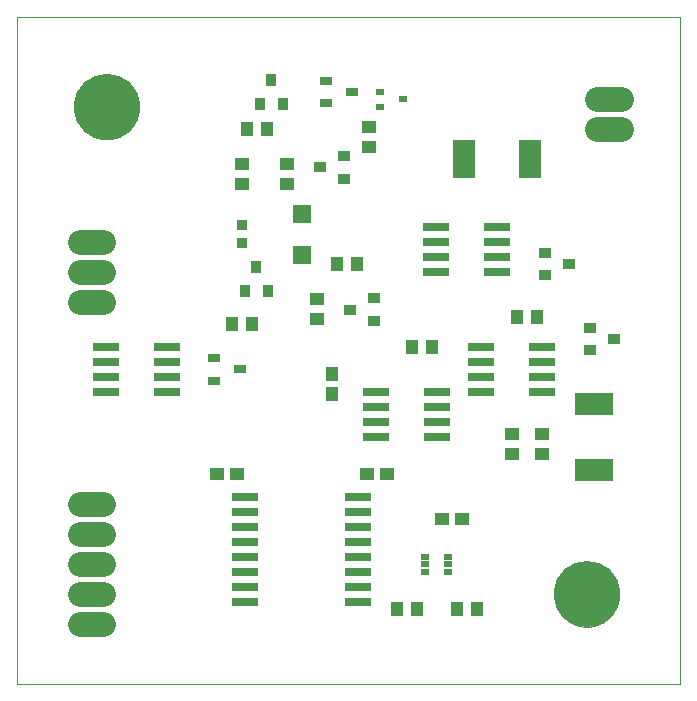
<source format=gts>
G75*
%MOIN*%
%OFA0B0*%
%FSLAX25Y25*%
%IPPOS*%
%LPD*%
%AMOC8*
5,1,8,0,0,1.08239X$1,22.5*
%
%ADD10C,0.00000*%
%ADD11R,0.04337X0.04731*%
%ADD12R,0.04731X0.04337*%
%ADD13R,0.09061X0.02762*%
%ADD14R,0.04337X0.03156*%
%ADD15R,0.03550X0.03550*%
%ADD16R,0.06306X0.06306*%
%ADD17R,0.12998X0.07487*%
%ADD18R,0.07487X0.12998*%
%ADD19R,0.03500X0.03900*%
%ADD20R,0.03900X0.03500*%
%ADD21C,0.08200*%
%ADD22R,0.02762X0.01975*%
%ADD23C,0.22054*%
D10*
X0001000Y0001000D02*
X0001000Y0223461D01*
X0222201Y0223461D01*
X0222201Y0001000D01*
X0001000Y0001000D01*
X0180173Y0031000D02*
X0180176Y0031266D01*
X0180186Y0031531D01*
X0180202Y0031796D01*
X0180225Y0032061D01*
X0180254Y0032325D01*
X0180290Y0032589D01*
X0180332Y0032851D01*
X0180381Y0033112D01*
X0180436Y0033372D01*
X0180497Y0033631D01*
X0180565Y0033888D01*
X0180639Y0034143D01*
X0180719Y0034396D01*
X0180806Y0034648D01*
X0180898Y0034897D01*
X0180997Y0035143D01*
X0181102Y0035388D01*
X0181213Y0035629D01*
X0181329Y0035868D01*
X0181451Y0036104D01*
X0181580Y0036337D01*
X0181713Y0036566D01*
X0181853Y0036792D01*
X0181998Y0037015D01*
X0182148Y0037234D01*
X0182304Y0037450D01*
X0182465Y0037661D01*
X0182631Y0037869D01*
X0182802Y0038072D01*
X0182978Y0038271D01*
X0183159Y0038466D01*
X0183344Y0038656D01*
X0183534Y0038841D01*
X0183729Y0039022D01*
X0183928Y0039198D01*
X0184131Y0039369D01*
X0184339Y0039535D01*
X0184550Y0039696D01*
X0184766Y0039852D01*
X0184985Y0040002D01*
X0185208Y0040147D01*
X0185434Y0040287D01*
X0185663Y0040420D01*
X0185896Y0040549D01*
X0186132Y0040671D01*
X0186371Y0040787D01*
X0186612Y0040898D01*
X0186857Y0041003D01*
X0187103Y0041102D01*
X0187352Y0041194D01*
X0187604Y0041281D01*
X0187857Y0041361D01*
X0188112Y0041435D01*
X0188369Y0041503D01*
X0188628Y0041564D01*
X0188888Y0041619D01*
X0189149Y0041668D01*
X0189411Y0041710D01*
X0189675Y0041746D01*
X0189939Y0041775D01*
X0190204Y0041798D01*
X0190469Y0041814D01*
X0190734Y0041824D01*
X0191000Y0041827D01*
X0191266Y0041824D01*
X0191531Y0041814D01*
X0191796Y0041798D01*
X0192061Y0041775D01*
X0192325Y0041746D01*
X0192589Y0041710D01*
X0192851Y0041668D01*
X0193112Y0041619D01*
X0193372Y0041564D01*
X0193631Y0041503D01*
X0193888Y0041435D01*
X0194143Y0041361D01*
X0194396Y0041281D01*
X0194648Y0041194D01*
X0194897Y0041102D01*
X0195143Y0041003D01*
X0195388Y0040898D01*
X0195629Y0040787D01*
X0195868Y0040671D01*
X0196104Y0040549D01*
X0196337Y0040420D01*
X0196566Y0040287D01*
X0196792Y0040147D01*
X0197015Y0040002D01*
X0197234Y0039852D01*
X0197450Y0039696D01*
X0197661Y0039535D01*
X0197869Y0039369D01*
X0198072Y0039198D01*
X0198271Y0039022D01*
X0198466Y0038841D01*
X0198656Y0038656D01*
X0198841Y0038466D01*
X0199022Y0038271D01*
X0199198Y0038072D01*
X0199369Y0037869D01*
X0199535Y0037661D01*
X0199696Y0037450D01*
X0199852Y0037234D01*
X0200002Y0037015D01*
X0200147Y0036792D01*
X0200287Y0036566D01*
X0200420Y0036337D01*
X0200549Y0036104D01*
X0200671Y0035868D01*
X0200787Y0035629D01*
X0200898Y0035388D01*
X0201003Y0035143D01*
X0201102Y0034897D01*
X0201194Y0034648D01*
X0201281Y0034396D01*
X0201361Y0034143D01*
X0201435Y0033888D01*
X0201503Y0033631D01*
X0201564Y0033372D01*
X0201619Y0033112D01*
X0201668Y0032851D01*
X0201710Y0032589D01*
X0201746Y0032325D01*
X0201775Y0032061D01*
X0201798Y0031796D01*
X0201814Y0031531D01*
X0201824Y0031266D01*
X0201827Y0031000D01*
X0201824Y0030734D01*
X0201814Y0030469D01*
X0201798Y0030204D01*
X0201775Y0029939D01*
X0201746Y0029675D01*
X0201710Y0029411D01*
X0201668Y0029149D01*
X0201619Y0028888D01*
X0201564Y0028628D01*
X0201503Y0028369D01*
X0201435Y0028112D01*
X0201361Y0027857D01*
X0201281Y0027604D01*
X0201194Y0027352D01*
X0201102Y0027103D01*
X0201003Y0026857D01*
X0200898Y0026612D01*
X0200787Y0026371D01*
X0200671Y0026132D01*
X0200549Y0025896D01*
X0200420Y0025663D01*
X0200287Y0025434D01*
X0200147Y0025208D01*
X0200002Y0024985D01*
X0199852Y0024766D01*
X0199696Y0024550D01*
X0199535Y0024339D01*
X0199369Y0024131D01*
X0199198Y0023928D01*
X0199022Y0023729D01*
X0198841Y0023534D01*
X0198656Y0023344D01*
X0198466Y0023159D01*
X0198271Y0022978D01*
X0198072Y0022802D01*
X0197869Y0022631D01*
X0197661Y0022465D01*
X0197450Y0022304D01*
X0197234Y0022148D01*
X0197015Y0021998D01*
X0196792Y0021853D01*
X0196566Y0021713D01*
X0196337Y0021580D01*
X0196104Y0021451D01*
X0195868Y0021329D01*
X0195629Y0021213D01*
X0195388Y0021102D01*
X0195143Y0020997D01*
X0194897Y0020898D01*
X0194648Y0020806D01*
X0194396Y0020719D01*
X0194143Y0020639D01*
X0193888Y0020565D01*
X0193631Y0020497D01*
X0193372Y0020436D01*
X0193112Y0020381D01*
X0192851Y0020332D01*
X0192589Y0020290D01*
X0192325Y0020254D01*
X0192061Y0020225D01*
X0191796Y0020202D01*
X0191531Y0020186D01*
X0191266Y0020176D01*
X0191000Y0020173D01*
X0190734Y0020176D01*
X0190469Y0020186D01*
X0190204Y0020202D01*
X0189939Y0020225D01*
X0189675Y0020254D01*
X0189411Y0020290D01*
X0189149Y0020332D01*
X0188888Y0020381D01*
X0188628Y0020436D01*
X0188369Y0020497D01*
X0188112Y0020565D01*
X0187857Y0020639D01*
X0187604Y0020719D01*
X0187352Y0020806D01*
X0187103Y0020898D01*
X0186857Y0020997D01*
X0186612Y0021102D01*
X0186371Y0021213D01*
X0186132Y0021329D01*
X0185896Y0021451D01*
X0185663Y0021580D01*
X0185434Y0021713D01*
X0185208Y0021853D01*
X0184985Y0021998D01*
X0184766Y0022148D01*
X0184550Y0022304D01*
X0184339Y0022465D01*
X0184131Y0022631D01*
X0183928Y0022802D01*
X0183729Y0022978D01*
X0183534Y0023159D01*
X0183344Y0023344D01*
X0183159Y0023534D01*
X0182978Y0023729D01*
X0182802Y0023928D01*
X0182631Y0024131D01*
X0182465Y0024339D01*
X0182304Y0024550D01*
X0182148Y0024766D01*
X0181998Y0024985D01*
X0181853Y0025208D01*
X0181713Y0025434D01*
X0181580Y0025663D01*
X0181451Y0025896D01*
X0181329Y0026132D01*
X0181213Y0026371D01*
X0181102Y0026612D01*
X0180997Y0026857D01*
X0180898Y0027103D01*
X0180806Y0027352D01*
X0180719Y0027604D01*
X0180639Y0027857D01*
X0180565Y0028112D01*
X0180497Y0028369D01*
X0180436Y0028628D01*
X0180381Y0028888D01*
X0180332Y0029149D01*
X0180290Y0029411D01*
X0180254Y0029675D01*
X0180225Y0029939D01*
X0180202Y0030204D01*
X0180186Y0030469D01*
X0180176Y0030734D01*
X0180173Y0031000D01*
X0020173Y0193500D02*
X0020176Y0193766D01*
X0020186Y0194031D01*
X0020202Y0194296D01*
X0020225Y0194561D01*
X0020254Y0194825D01*
X0020290Y0195089D01*
X0020332Y0195351D01*
X0020381Y0195612D01*
X0020436Y0195872D01*
X0020497Y0196131D01*
X0020565Y0196388D01*
X0020639Y0196643D01*
X0020719Y0196896D01*
X0020806Y0197148D01*
X0020898Y0197397D01*
X0020997Y0197643D01*
X0021102Y0197888D01*
X0021213Y0198129D01*
X0021329Y0198368D01*
X0021451Y0198604D01*
X0021580Y0198837D01*
X0021713Y0199066D01*
X0021853Y0199292D01*
X0021998Y0199515D01*
X0022148Y0199734D01*
X0022304Y0199950D01*
X0022465Y0200161D01*
X0022631Y0200369D01*
X0022802Y0200572D01*
X0022978Y0200771D01*
X0023159Y0200966D01*
X0023344Y0201156D01*
X0023534Y0201341D01*
X0023729Y0201522D01*
X0023928Y0201698D01*
X0024131Y0201869D01*
X0024339Y0202035D01*
X0024550Y0202196D01*
X0024766Y0202352D01*
X0024985Y0202502D01*
X0025208Y0202647D01*
X0025434Y0202787D01*
X0025663Y0202920D01*
X0025896Y0203049D01*
X0026132Y0203171D01*
X0026371Y0203287D01*
X0026612Y0203398D01*
X0026857Y0203503D01*
X0027103Y0203602D01*
X0027352Y0203694D01*
X0027604Y0203781D01*
X0027857Y0203861D01*
X0028112Y0203935D01*
X0028369Y0204003D01*
X0028628Y0204064D01*
X0028888Y0204119D01*
X0029149Y0204168D01*
X0029411Y0204210D01*
X0029675Y0204246D01*
X0029939Y0204275D01*
X0030204Y0204298D01*
X0030469Y0204314D01*
X0030734Y0204324D01*
X0031000Y0204327D01*
X0031266Y0204324D01*
X0031531Y0204314D01*
X0031796Y0204298D01*
X0032061Y0204275D01*
X0032325Y0204246D01*
X0032589Y0204210D01*
X0032851Y0204168D01*
X0033112Y0204119D01*
X0033372Y0204064D01*
X0033631Y0204003D01*
X0033888Y0203935D01*
X0034143Y0203861D01*
X0034396Y0203781D01*
X0034648Y0203694D01*
X0034897Y0203602D01*
X0035143Y0203503D01*
X0035388Y0203398D01*
X0035629Y0203287D01*
X0035868Y0203171D01*
X0036104Y0203049D01*
X0036337Y0202920D01*
X0036566Y0202787D01*
X0036792Y0202647D01*
X0037015Y0202502D01*
X0037234Y0202352D01*
X0037450Y0202196D01*
X0037661Y0202035D01*
X0037869Y0201869D01*
X0038072Y0201698D01*
X0038271Y0201522D01*
X0038466Y0201341D01*
X0038656Y0201156D01*
X0038841Y0200966D01*
X0039022Y0200771D01*
X0039198Y0200572D01*
X0039369Y0200369D01*
X0039535Y0200161D01*
X0039696Y0199950D01*
X0039852Y0199734D01*
X0040002Y0199515D01*
X0040147Y0199292D01*
X0040287Y0199066D01*
X0040420Y0198837D01*
X0040549Y0198604D01*
X0040671Y0198368D01*
X0040787Y0198129D01*
X0040898Y0197888D01*
X0041003Y0197643D01*
X0041102Y0197397D01*
X0041194Y0197148D01*
X0041281Y0196896D01*
X0041361Y0196643D01*
X0041435Y0196388D01*
X0041503Y0196131D01*
X0041564Y0195872D01*
X0041619Y0195612D01*
X0041668Y0195351D01*
X0041710Y0195089D01*
X0041746Y0194825D01*
X0041775Y0194561D01*
X0041798Y0194296D01*
X0041814Y0194031D01*
X0041824Y0193766D01*
X0041827Y0193500D01*
X0041824Y0193234D01*
X0041814Y0192969D01*
X0041798Y0192704D01*
X0041775Y0192439D01*
X0041746Y0192175D01*
X0041710Y0191911D01*
X0041668Y0191649D01*
X0041619Y0191388D01*
X0041564Y0191128D01*
X0041503Y0190869D01*
X0041435Y0190612D01*
X0041361Y0190357D01*
X0041281Y0190104D01*
X0041194Y0189852D01*
X0041102Y0189603D01*
X0041003Y0189357D01*
X0040898Y0189112D01*
X0040787Y0188871D01*
X0040671Y0188632D01*
X0040549Y0188396D01*
X0040420Y0188163D01*
X0040287Y0187934D01*
X0040147Y0187708D01*
X0040002Y0187485D01*
X0039852Y0187266D01*
X0039696Y0187050D01*
X0039535Y0186839D01*
X0039369Y0186631D01*
X0039198Y0186428D01*
X0039022Y0186229D01*
X0038841Y0186034D01*
X0038656Y0185844D01*
X0038466Y0185659D01*
X0038271Y0185478D01*
X0038072Y0185302D01*
X0037869Y0185131D01*
X0037661Y0184965D01*
X0037450Y0184804D01*
X0037234Y0184648D01*
X0037015Y0184498D01*
X0036792Y0184353D01*
X0036566Y0184213D01*
X0036337Y0184080D01*
X0036104Y0183951D01*
X0035868Y0183829D01*
X0035629Y0183713D01*
X0035388Y0183602D01*
X0035143Y0183497D01*
X0034897Y0183398D01*
X0034648Y0183306D01*
X0034396Y0183219D01*
X0034143Y0183139D01*
X0033888Y0183065D01*
X0033631Y0182997D01*
X0033372Y0182936D01*
X0033112Y0182881D01*
X0032851Y0182832D01*
X0032589Y0182790D01*
X0032325Y0182754D01*
X0032061Y0182725D01*
X0031796Y0182702D01*
X0031531Y0182686D01*
X0031266Y0182676D01*
X0031000Y0182673D01*
X0030734Y0182676D01*
X0030469Y0182686D01*
X0030204Y0182702D01*
X0029939Y0182725D01*
X0029675Y0182754D01*
X0029411Y0182790D01*
X0029149Y0182832D01*
X0028888Y0182881D01*
X0028628Y0182936D01*
X0028369Y0182997D01*
X0028112Y0183065D01*
X0027857Y0183139D01*
X0027604Y0183219D01*
X0027352Y0183306D01*
X0027103Y0183398D01*
X0026857Y0183497D01*
X0026612Y0183602D01*
X0026371Y0183713D01*
X0026132Y0183829D01*
X0025896Y0183951D01*
X0025663Y0184080D01*
X0025434Y0184213D01*
X0025208Y0184353D01*
X0024985Y0184498D01*
X0024766Y0184648D01*
X0024550Y0184804D01*
X0024339Y0184965D01*
X0024131Y0185131D01*
X0023928Y0185302D01*
X0023729Y0185478D01*
X0023534Y0185659D01*
X0023344Y0185844D01*
X0023159Y0186034D01*
X0022978Y0186229D01*
X0022802Y0186428D01*
X0022631Y0186631D01*
X0022465Y0186839D01*
X0022304Y0187050D01*
X0022148Y0187266D01*
X0021998Y0187485D01*
X0021853Y0187708D01*
X0021713Y0187934D01*
X0021580Y0188163D01*
X0021451Y0188396D01*
X0021329Y0188632D01*
X0021213Y0188871D01*
X0021102Y0189112D01*
X0020997Y0189357D01*
X0020898Y0189603D01*
X0020806Y0189852D01*
X0020719Y0190104D01*
X0020639Y0190357D01*
X0020565Y0190612D01*
X0020497Y0190869D01*
X0020436Y0191128D01*
X0020381Y0191388D01*
X0020332Y0191649D01*
X0020290Y0191911D01*
X0020254Y0192175D01*
X0020225Y0192439D01*
X0020202Y0192704D01*
X0020186Y0192969D01*
X0020176Y0193234D01*
X0020173Y0193500D01*
D11*
X0077654Y0186000D03*
X0084346Y0186000D03*
X0107654Y0141000D03*
X0114346Y0141000D03*
X0132654Y0113500D03*
X0139346Y0113500D03*
X0167654Y0123500D03*
X0174346Y0123500D03*
X0106000Y0104346D03*
X0106000Y0097654D03*
X0079346Y0121000D03*
X0072654Y0121000D03*
X0127654Y0026000D03*
X0134346Y0026000D03*
X0147654Y0026000D03*
X0154346Y0026000D03*
D12*
X0149346Y0056000D03*
X0142654Y0056000D03*
X0124346Y0071000D03*
X0117654Y0071000D03*
X0074346Y0071000D03*
X0067654Y0071000D03*
X0101000Y0122654D03*
X0101000Y0129346D03*
X0091000Y0167654D03*
X0091000Y0174346D03*
X0076000Y0174346D03*
X0076000Y0167654D03*
X0118500Y0180154D03*
X0118500Y0186846D03*
X0166000Y0084346D03*
X0166000Y0077654D03*
X0176000Y0077654D03*
X0176000Y0084346D03*
D13*
X0176236Y0098500D03*
X0176236Y0103500D03*
X0176236Y0108500D03*
X0176236Y0113500D03*
X0155764Y0113500D03*
X0155764Y0108500D03*
X0155764Y0103500D03*
X0155764Y0098500D03*
X0141236Y0098500D03*
X0141236Y0093500D03*
X0141236Y0088500D03*
X0141236Y0083500D03*
X0120764Y0083500D03*
X0120764Y0088500D03*
X0120764Y0093500D03*
X0120764Y0098500D03*
X0114898Y0063500D03*
X0114898Y0058500D03*
X0114898Y0053500D03*
X0114898Y0048500D03*
X0114898Y0043500D03*
X0114898Y0038500D03*
X0114898Y0033500D03*
X0114898Y0028500D03*
X0077201Y0028500D03*
X0077201Y0033500D03*
X0077201Y0038500D03*
X0077201Y0043500D03*
X0077201Y0048500D03*
X0077201Y0053500D03*
X0077201Y0058500D03*
X0077201Y0063500D03*
X0051236Y0098500D03*
X0051236Y0103500D03*
X0051236Y0108500D03*
X0051236Y0113500D03*
X0030764Y0113500D03*
X0030764Y0108500D03*
X0030764Y0103500D03*
X0030764Y0098500D03*
X0140764Y0138500D03*
X0140764Y0143500D03*
X0140764Y0148500D03*
X0140764Y0153500D03*
X0161236Y0153500D03*
X0161236Y0148500D03*
X0161236Y0143500D03*
X0161236Y0138500D03*
D14*
X0104169Y0194760D03*
X0104169Y0202240D03*
X0112831Y0198500D03*
X0066669Y0109740D03*
X0066669Y0102260D03*
X0075331Y0106000D03*
D15*
X0076000Y0148047D03*
X0076000Y0153953D03*
D16*
X0096000Y0157890D03*
X0096000Y0144110D03*
D17*
X0193500Y0094524D03*
X0193500Y0072476D03*
D18*
X0172024Y0176000D03*
X0149976Y0176000D03*
D19*
X0089700Y0194500D03*
X0082100Y0194500D03*
X0085900Y0202500D03*
X0080900Y0140000D03*
X0077100Y0132000D03*
X0084700Y0132000D03*
D20*
X0112000Y0125900D03*
X0120000Y0122100D03*
X0120000Y0129700D03*
X0110000Y0169600D03*
X0110000Y0177200D03*
X0102000Y0173400D03*
X0177000Y0144900D03*
X0177000Y0137300D03*
X0185000Y0141100D03*
X0192000Y0119900D03*
X0192000Y0112300D03*
X0200000Y0116100D03*
D21*
X0202400Y0186000D02*
X0194600Y0186000D01*
X0194600Y0196000D02*
X0202400Y0196000D01*
X0029900Y0148500D02*
X0022100Y0148500D01*
X0022100Y0138500D02*
X0029900Y0138500D01*
X0029900Y0128500D02*
X0022100Y0128500D01*
X0022100Y0061000D02*
X0029900Y0061000D01*
X0029900Y0051000D02*
X0022100Y0051000D01*
X0022100Y0041000D02*
X0029900Y0041000D01*
X0029900Y0031000D02*
X0022100Y0031000D01*
X0022100Y0021000D02*
X0029900Y0021000D01*
D22*
X0137260Y0038441D03*
X0137260Y0041000D03*
X0137260Y0043559D03*
X0144740Y0043559D03*
X0144740Y0041000D03*
X0144740Y0038441D03*
X0122260Y0193441D03*
X0122260Y0198559D03*
X0129740Y0196000D03*
D23*
X0031000Y0193500D03*
X0191000Y0031000D03*
M02*

</source>
